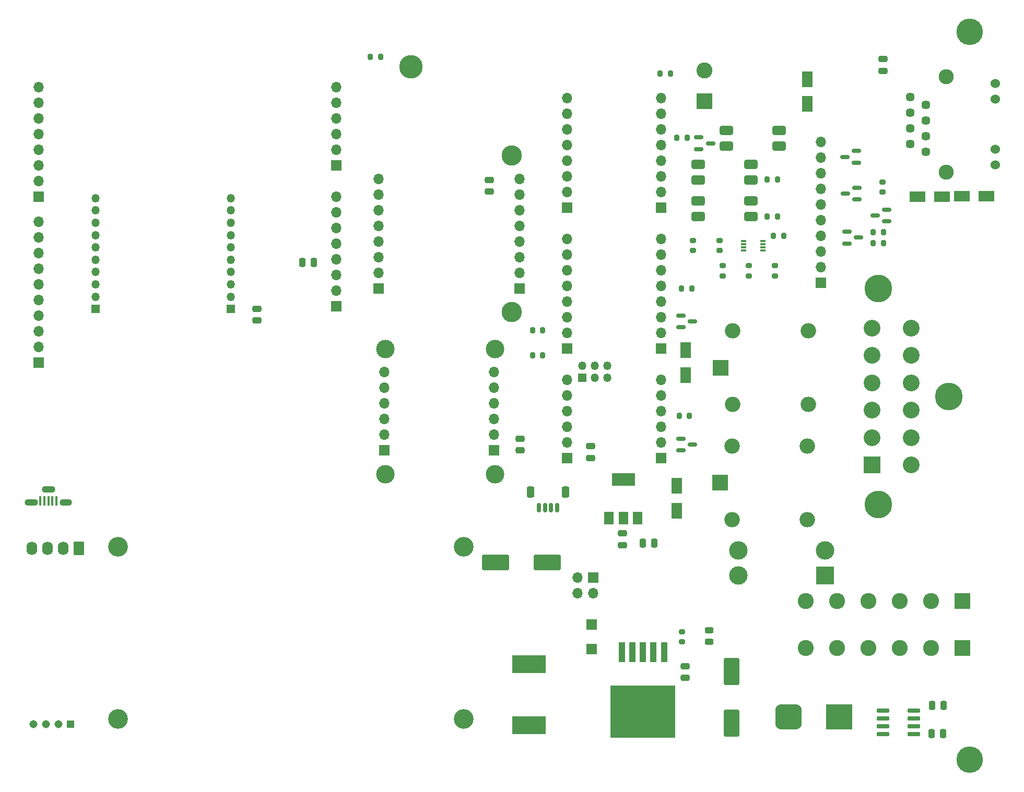
<source format=gbr>
%TF.GenerationSoftware,KiCad,Pcbnew,(6.0.10)*%
%TF.CreationDate,2023-04-23T08:01:19-06:00*%
%TF.ProjectId,AS15,41533135-2e6b-4696-9361-645f70636258,rev?*%
%TF.SameCoordinates,Original*%
%TF.FileFunction,Soldermask,Top*%
%TF.FilePolarity,Negative*%
%FSLAX46Y46*%
G04 Gerber Fmt 4.6, Leading zero omitted, Abs format (unit mm)*
G04 Created by KiCad (PCBNEW (6.0.10)) date 2023-04-23 08:01:19*
%MOMM*%
%LPD*%
G01*
G04 APERTURE LIST*
G04 Aperture macros list*
%AMRoundRect*
0 Rectangle with rounded corners*
0 $1 Rounding radius*
0 $2 $3 $4 $5 $6 $7 $8 $9 X,Y pos of 4 corners*
0 Add a 4 corners polygon primitive as box body*
4,1,4,$2,$3,$4,$5,$6,$7,$8,$9,$2,$3,0*
0 Add four circle primitives for the rounded corners*
1,1,$1+$1,$2,$3*
1,1,$1+$1,$4,$5*
1,1,$1+$1,$6,$7*
1,1,$1+$1,$8,$9*
0 Add four rect primitives between the rounded corners*
20,1,$1+$1,$2,$3,$4,$5,0*
20,1,$1+$1,$4,$5,$6,$7,0*
20,1,$1+$1,$6,$7,$8,$9,0*
20,1,$1+$1,$8,$9,$2,$3,0*%
G04 Aperture macros list end*
%ADD10R,2.500000X1.800000*%
%ADD11R,1.700000X1.700000*%
%ADD12O,1.700000X1.700000*%
%ADD13RoundRect,0.150000X-0.150000X-0.625000X0.150000X-0.625000X0.150000X0.625000X-0.150000X0.625000X0*%
%ADD14RoundRect,0.250000X-0.350000X-0.650000X0.350000X-0.650000X0.350000X0.650000X-0.350000X0.650000X0*%
%ADD15R,1.800000X2.500000*%
%ADD16R,5.400000X2.900000*%
%ADD17R,2.600000X2.600000*%
%ADD18C,2.600000*%
%ADD19RoundRect,0.250000X-1.000000X1.950000X-1.000000X-1.950000X1.000000X-1.950000X1.000000X1.950000X0*%
%ADD20R,1.350000X1.350000*%
%ADD21O,1.350000X1.350000*%
%ADD22RoundRect,0.250000X-0.475000X0.250000X-0.475000X-0.250000X0.475000X-0.250000X0.475000X0.250000X0*%
%ADD23RoundRect,0.266400X0.808600X0.473600X-0.808600X0.473600X-0.808600X-0.473600X0.808600X-0.473600X0*%
%ADD24C,0.001000*%
%ADD25C,1.446000*%
%ADD26C,1.530000*%
%ADD27C,2.445000*%
%ADD28R,1.050000X3.210000*%
%ADD29R,10.530000X8.460000*%
%ADD30RoundRect,0.250000X0.475000X-0.250000X0.475000X0.250000X-0.475000X0.250000X-0.475000X-0.250000X0*%
%ADD31R,2.715000X2.715000*%
%ADD32C,2.715000*%
%ADD33C,4.485000*%
%ADD34RoundRect,0.200000X-0.200000X-0.275000X0.200000X-0.275000X0.200000X0.275000X-0.200000X0.275000X0*%
%ADD35O,2.500000X2.500000*%
%ADD36R,2.500000X2.500000*%
%ADD37RoundRect,0.200000X0.275000X-0.200000X0.275000X0.200000X-0.275000X0.200000X-0.275000X-0.200000X0*%
%ADD38RoundRect,0.250000X-0.250000X-0.475000X0.250000X-0.475000X0.250000X0.475000X-0.250000X0.475000X0*%
%ADD39C,4.300000*%
%ADD40R,0.850000X0.300000*%
%ADD41RoundRect,0.150000X-0.587500X-0.150000X0.587500X-0.150000X0.587500X0.150000X-0.587500X0.150000X0*%
%ADD42RoundRect,0.150000X0.587500X0.150000X-0.587500X0.150000X-0.587500X-0.150000X0.587500X-0.150000X0*%
%ADD43R,0.450000X1.500000*%
%ADD44O,2.000000X1.100000*%
%ADD45O,2.200000X1.100000*%
%ADD46C,2.999999*%
%ADD47RoundRect,0.250000X1.950000X1.000000X-1.950000X1.000000X-1.950000X-1.000000X1.950000X-1.000000X0*%
%ADD48R,1.500000X2.000000*%
%ADD49R,3.800000X2.000000*%
%ADD50RoundRect,0.200000X0.200000X0.275000X-0.200000X0.275000X-0.200000X-0.275000X0.200000X-0.275000X0*%
%ADD51R,1.800000X1.800000*%
%ADD52RoundRect,1.025000X1.125000X-1.025000X1.125000X1.025000X-1.125000X1.025000X-1.125000X-1.025000X0*%
%ADD53R,4.300000X4.100000*%
%ADD54C,3.800000*%
%ADD55RoundRect,0.042000X-0.943000X-0.258000X0.943000X-0.258000X0.943000X0.258000X-0.943000X0.258000X0*%
%ADD56RoundRect,0.250000X0.620000X0.845000X-0.620000X0.845000X-0.620000X-0.845000X0.620000X-0.845000X0*%
%ADD57O,1.740000X2.190000*%
%ADD58RoundRect,0.243750X0.456250X-0.243750X0.456250X0.243750X-0.456250X0.243750X-0.456250X-0.243750X0*%
%ADD59RoundRect,0.250000X0.250000X0.475000X-0.250000X0.475000X-0.250000X-0.475000X0.250000X-0.475000X0*%
%ADD60R,1.308000X1.308000*%
%ADD61C,1.308000*%
%ADD62C,3.302000*%
%ADD63R,3.000000X3.000000*%
%ADD64C,3.000000*%
%ADD65C,3.200000*%
G04 APERTURE END LIST*
D10*
%TO.C,D12*%
X182100000Y-51100000D03*
X178100000Y-51100000D03*
%TD*%
%TO.C,D11*%
X174900000Y-51200000D03*
X170900000Y-51200000D03*
%TD*%
D11*
%TO.C,J19*%
X28400000Y-51200000D03*
D12*
X28400000Y-48660000D03*
X28400000Y-46120000D03*
X28400000Y-43580000D03*
X28400000Y-41040000D03*
X28400000Y-38500000D03*
X28400000Y-35960000D03*
X28400000Y-33420000D03*
%TD*%
D13*
%TO.C,J13*%
X109500000Y-101625000D03*
X110500000Y-101625000D03*
X111500000Y-101625000D03*
X112500000Y-101625000D03*
D14*
X113800000Y-99100000D03*
X108200000Y-99100000D03*
%TD*%
D15*
%TO.C,D5*%
X133300000Y-80100000D03*
X133300000Y-76100000D03*
%TD*%
D11*
%TO.C,J11*%
X114135000Y-52915000D03*
D12*
X114135000Y-50375000D03*
X114135000Y-47835000D03*
X114135000Y-45295000D03*
X114135000Y-42755000D03*
X114135000Y-40215000D03*
X114135000Y-37675000D03*
X114135000Y-35135000D03*
%TD*%
D16*
%TO.C,L1*%
X107900000Y-136950000D03*
X107900000Y-127050000D03*
%TD*%
D17*
%TO.C,KF1*%
X178180000Y-116800000D03*
X178180000Y-124420000D03*
D18*
X173100000Y-116800000D03*
X173100000Y-124420000D03*
X168020000Y-124420000D03*
X168020000Y-116800000D03*
X162940000Y-116800000D03*
X162940000Y-124420000D03*
X157860000Y-124420000D03*
X157860000Y-116800000D03*
X152780000Y-124420000D03*
X152780000Y-116800000D03*
%TD*%
D19*
%TO.C,C7*%
X140800000Y-128200000D03*
X140800000Y-136600000D03*
%TD*%
D11*
%TO.C,J9*%
X114135000Y-93555000D03*
D12*
X114135000Y-91015000D03*
X114135000Y-88475000D03*
X114135000Y-85935000D03*
X114135000Y-83395000D03*
X114135000Y-80855000D03*
%TD*%
D20*
%TO.C,J25*%
X59600000Y-69400000D03*
D21*
X59600000Y-67400000D03*
X59600000Y-65400000D03*
X59600000Y-63400000D03*
X59600000Y-61400000D03*
X59600000Y-59400000D03*
X59600000Y-57400000D03*
X59600000Y-55400000D03*
X59600000Y-53400000D03*
X59600000Y-51400000D03*
%TD*%
D22*
%TO.C,C6*%
X133200000Y-127350000D03*
X133200000Y-129250000D03*
%TD*%
D11*
%TO.C,J6*%
X129375000Y-52915000D03*
D12*
X129375000Y-50375000D03*
X129375000Y-47835000D03*
X129375000Y-45295000D03*
X129375000Y-42755000D03*
X129375000Y-40215000D03*
X129375000Y-37675000D03*
X129375000Y-35135000D03*
%TD*%
D23*
%TO.C,U2*%
X143880000Y-54370000D03*
X143880000Y-51830000D03*
X135320000Y-51830000D03*
X135320000Y-54370000D03*
%TD*%
D24*
%TO.C,J8*%
X178600000Y-33689500D03*
X178600000Y-45119500D03*
D25*
X172250000Y-43849500D03*
X169710000Y-42579500D03*
X172250000Y-41309500D03*
X169710000Y-40039500D03*
X172250000Y-38769500D03*
X169710000Y-37499500D03*
X172250000Y-36229500D03*
X169710000Y-34959500D03*
D26*
X183500000Y-46029500D03*
X183500000Y-43489500D03*
X183500000Y-35319500D03*
X183500000Y-32779500D03*
D27*
X175550000Y-47149500D03*
X175550000Y-31659500D03*
%TD*%
D28*
%TO.C,IC2*%
X129800000Y-125070000D03*
X128100000Y-125070000D03*
X126400000Y-125070000D03*
X124700000Y-125070000D03*
X123000000Y-125070000D03*
D29*
X126400000Y-134700000D03*
%TD*%
D30*
%TO.C,C3*%
X117900000Y-93550000D03*
X117900000Y-91650000D03*
%TD*%
D31*
%TO.C,J7*%
X163500000Y-94720000D03*
D32*
X163500000Y-90275000D03*
X163500000Y-85830000D03*
X163500000Y-81380000D03*
X163500000Y-76935000D03*
X163500000Y-72490000D03*
X169850000Y-72490000D03*
X169850000Y-76935000D03*
X169850000Y-81380000D03*
X169850000Y-85830000D03*
X169850000Y-90275000D03*
X169850000Y-94720000D03*
D33*
X164520000Y-101145000D03*
X175950000Y-83605000D03*
X164520000Y-66065000D03*
%TD*%
D11*
%TO.C,J16*%
X76660000Y-68980000D03*
D12*
X76660000Y-66440000D03*
X76660000Y-63900000D03*
X76660000Y-61360000D03*
X76660000Y-58820000D03*
X76660000Y-56280000D03*
X76660000Y-53740000D03*
X76660000Y-51200000D03*
%TD*%
D34*
%TO.C,R15*%
X131875000Y-41600000D03*
X133525000Y-41600000D03*
%TD*%
D35*
%TO.C,K2*%
X140872500Y-103600000D03*
X140872500Y-91600000D03*
D36*
X138872500Y-97600000D03*
D35*
X153072500Y-91600000D03*
X153072500Y-103600000D03*
%TD*%
D34*
%TO.C,R14*%
X163750000Y-56900000D03*
X165400000Y-56900000D03*
%TD*%
D22*
%TO.C,C4*%
X123100000Y-105800000D03*
X123100000Y-107700000D03*
%TD*%
D37*
%TO.C,R10*%
X139300000Y-64025000D03*
X139300000Y-62375000D03*
%TD*%
D23*
%TO.C,U1*%
X143880000Y-48420000D03*
X143880000Y-45880000D03*
X135320000Y-45880000D03*
X135320000Y-48420000D03*
%TD*%
D11*
%TO.C,J18*%
X28400000Y-78120000D03*
D12*
X28400000Y-75580000D03*
X28400000Y-73040000D03*
X28400000Y-70500000D03*
X28400000Y-67960000D03*
X28400000Y-65420000D03*
X28400000Y-62880000D03*
X28400000Y-60340000D03*
X28400000Y-57800000D03*
X28400000Y-55260000D03*
%TD*%
D34*
%TO.C,R16*%
X147575000Y-57500000D03*
X149225000Y-57500000D03*
%TD*%
D30*
%TO.C,C2*%
X165300000Y-30750000D03*
X165300000Y-28850000D03*
%TD*%
D20*
%TO.C,J3*%
X116573400Y-80585000D03*
D21*
X116573400Y-78585000D03*
X118573400Y-80585000D03*
X118573400Y-78585000D03*
X120573400Y-80585000D03*
X120573400Y-78585000D03*
%TD*%
D38*
%TO.C,C10*%
X173150000Y-138300000D03*
X175050000Y-138300000D03*
%TD*%
D39*
%TO.C, *%
X179410000Y-142560000D03*
%TD*%
D34*
%TO.C,R2*%
X146525000Y-54400000D03*
X148175000Y-54400000D03*
%TD*%
D40*
%TO.C,IC3*%
X142725000Y-58350000D03*
X142725000Y-58850000D03*
X142725000Y-59350000D03*
X142725000Y-59850000D03*
X145875000Y-59850000D03*
X145875000Y-59350000D03*
X145875000Y-58850000D03*
X145875000Y-58350000D03*
%TD*%
D34*
%TO.C,R3*%
X163750000Y-58700000D03*
X165400000Y-58700000D03*
%TD*%
D11*
%TO.C,J4*%
X129375000Y-93555000D03*
D12*
X129375000Y-91015000D03*
X129375000Y-88475000D03*
X129375000Y-85935000D03*
X129375000Y-83395000D03*
X129375000Y-80855000D03*
%TD*%
D37*
%TO.C,R8*%
X143550000Y-64025000D03*
X143550000Y-62375000D03*
%TD*%
D35*
%TO.C,K1*%
X140972500Y-84900000D03*
X140972500Y-72900000D03*
D36*
X138972500Y-78900000D03*
D35*
X153172500Y-72900000D03*
X153172500Y-84900000D03*
%TD*%
D41*
%TO.C,Q3*%
X132562500Y-90450000D03*
X132562500Y-92350000D03*
X134437500Y-91400000D03*
%TD*%
D37*
%TO.C,R9*%
X147800000Y-64025000D03*
X147800000Y-62375000D03*
%TD*%
D42*
%TO.C,D4*%
X165937500Y-55150000D03*
X165937500Y-53250000D03*
X164062500Y-54200000D03*
%TD*%
D43*
%TO.C,J24*%
X31300000Y-100550000D03*
X30650000Y-100550000D03*
X30000000Y-100550000D03*
X29350000Y-100550000D03*
X28700000Y-100550000D03*
D44*
X32800000Y-100800000D03*
D45*
X27200000Y-100800000D03*
X30000000Y-98650000D03*
%TD*%
D42*
%TO.C,D6*%
X161100000Y-51600000D03*
X161100000Y-49700000D03*
X159225000Y-50650000D03*
%TD*%
D46*
%TO.C,REF\u002A\u002A*%
X102405000Y-75915000D03*
X84625000Y-75915000D03*
X84625000Y-96235000D03*
X102405000Y-96235000D03*
%TD*%
D47*
%TO.C,C8*%
X110900000Y-110500000D03*
X102500000Y-110500000D03*
%TD*%
D11*
%TO.C,J20*%
X106375000Y-66075000D03*
D12*
X106375000Y-63535000D03*
X106375000Y-60995000D03*
X106375000Y-58455000D03*
X106375000Y-55915000D03*
X106375000Y-53375000D03*
X106375000Y-50835000D03*
X106375000Y-48295000D03*
%TD*%
D11*
%TO.C,J2*%
X84420000Y-92300000D03*
D12*
X84420000Y-89760000D03*
X84420000Y-87220000D03*
X84420000Y-84680000D03*
X84420000Y-82140000D03*
X84420000Y-79600000D03*
%TD*%
D34*
%TO.C,R4*%
X82175000Y-28500000D03*
X83825000Y-28500000D03*
%TD*%
D20*
%TO.C,J26*%
X37600000Y-69400000D03*
D21*
X37600000Y-67400000D03*
X37600000Y-65400000D03*
X37600000Y-63400000D03*
X37600000Y-61400000D03*
X37600000Y-59400000D03*
X37600000Y-57400000D03*
X37600000Y-55400000D03*
X37600000Y-53400000D03*
X37600000Y-51400000D03*
%TD*%
D39*
%TO.C, *%
X179410000Y-24440000D03*
%TD*%
D17*
%TO.C,J22*%
X136400000Y-35700000D03*
D18*
X136400000Y-30700000D03*
%TD*%
D48*
%TO.C,IC1*%
X120900000Y-103350000D03*
X123200000Y-103350000D03*
X125500000Y-103350000D03*
D49*
X123200000Y-97050000D03*
%TD*%
D50*
%TO.C,R6*%
X110125000Y-76900000D03*
X108475000Y-76900000D03*
%TD*%
D30*
%TO.C,C1*%
X106500000Y-92325000D03*
X106500000Y-90425000D03*
%TD*%
D51*
%TO.C,D2*%
X118100000Y-124600000D03*
X118100000Y-120600000D03*
%TD*%
D52*
%TO.C,D1*%
X150000000Y-135600000D03*
D53*
X158200000Y-135600000D03*
%TD*%
D54*
%TO.C,H1*%
X88800000Y-30100000D03*
%TD*%
D55*
%TO.C,U4*%
X165325000Y-134595000D03*
X165325000Y-135865000D03*
X165325000Y-137135000D03*
X165325000Y-138405000D03*
X170275000Y-138405000D03*
X170275000Y-137135000D03*
X170275000Y-135865000D03*
X170275000Y-134595000D03*
%TD*%
D56*
%TO.C,J12*%
X34900000Y-108200000D03*
D57*
X32360000Y-108200000D03*
X29820000Y-108200000D03*
X27280000Y-108200000D03*
%TD*%
D15*
%TO.C,D8*%
X131900000Y-102100000D03*
X131900000Y-98100000D03*
%TD*%
D37*
%TO.C,R7*%
X132700000Y-123406250D03*
X132700000Y-121756250D03*
%TD*%
D38*
%TO.C,C9*%
X173250000Y-133700000D03*
X175150000Y-133700000D03*
%TD*%
D11*
%TO.C,J17*%
X76660000Y-46120000D03*
D12*
X76660000Y-43580000D03*
X76660000Y-41040000D03*
X76660000Y-38500000D03*
X76660000Y-35960000D03*
X76660000Y-33420000D03*
%TD*%
D58*
%TO.C,D3*%
X137100000Y-123418750D03*
X137100000Y-121543750D03*
%TD*%
D11*
%TO.C,J21*%
X83515000Y-66075000D03*
D12*
X83515000Y-63535000D03*
X83515000Y-60995000D03*
X83515000Y-58455000D03*
X83515000Y-55915000D03*
X83515000Y-53375000D03*
X83515000Y-50835000D03*
X83515000Y-48295000D03*
%TD*%
D34*
%TO.C,R13*%
X132675000Y-66100000D03*
X134325000Y-66100000D03*
%TD*%
D59*
%TO.C,C12*%
X73050000Y-61800000D03*
X71150000Y-61800000D03*
%TD*%
D38*
%TO.C,C5*%
X126350000Y-107400000D03*
X128250000Y-107400000D03*
%TD*%
D15*
%TO.C,D9*%
X153000000Y-32100000D03*
X153000000Y-36100000D03*
%TD*%
D22*
%TO.C,C13*%
X63800000Y-69350000D03*
X63800000Y-71250000D03*
%TD*%
D11*
%TO.C,J23*%
X118300000Y-113000000D03*
D12*
X115760000Y-113000000D03*
X118300000Y-115540000D03*
X115760000Y-115540000D03*
%TD*%
D60*
%TO.C,J14*%
X33600000Y-136800000D03*
D61*
X31600000Y-136800000D03*
X29600000Y-136800000D03*
X27600000Y-136800000D03*
%TD*%
D62*
%TO.C,REF\u002A\u002A*%
X105160000Y-44490000D03*
X105160000Y-69890000D03*
%TD*%
D37*
%TO.C,R11*%
X138800000Y-59925000D03*
X138800000Y-58275000D03*
%TD*%
D34*
%TO.C,R18*%
X132275000Y-86700000D03*
X133925000Y-86700000D03*
%TD*%
D11*
%TO.C,J5*%
X129375000Y-75775000D03*
D12*
X129375000Y-73235000D03*
X129375000Y-70695000D03*
X129375000Y-68155000D03*
X129375000Y-65615000D03*
X129375000Y-63075000D03*
X129375000Y-60535000D03*
X129375000Y-57995000D03*
%TD*%
D50*
%TO.C,R19*%
X130825000Y-31200000D03*
X129175000Y-31200000D03*
%TD*%
D37*
%TO.C,R12*%
X134500000Y-59925000D03*
X134500000Y-58275000D03*
%TD*%
D63*
%TO.C,F1*%
X155905000Y-112605000D03*
D64*
X155905000Y-108605000D03*
X141905000Y-112605000D03*
X141905000Y-108605000D03*
%TD*%
D23*
%TO.C,U3*%
X148480000Y-42970000D03*
X148480000Y-40430000D03*
X139920000Y-40430000D03*
X139920000Y-42970000D03*
%TD*%
D41*
%TO.C,Q2*%
X135462500Y-41550000D03*
X135462500Y-43450000D03*
X137337500Y-42500000D03*
%TD*%
D65*
%TO.C,REF\u002A\u002A*%
X41301500Y-107938500D03*
X41301500Y-135938500D03*
X97301500Y-107938500D03*
X97301500Y-135938500D03*
%TD*%
D34*
%TO.C,R1*%
X146525000Y-48400000D03*
X148175000Y-48400000D03*
%TD*%
D41*
%TO.C,D10*%
X159462500Y-56850000D03*
X159462500Y-58750000D03*
X161337500Y-57800000D03*
%TD*%
D30*
%TO.C,C11*%
X101500000Y-50350000D03*
X101500000Y-48450000D03*
%TD*%
D11*
%TO.C,J10*%
X114135000Y-75775000D03*
D12*
X114135000Y-73235000D03*
X114135000Y-70695000D03*
X114135000Y-68155000D03*
X114135000Y-65615000D03*
X114135000Y-63075000D03*
X114135000Y-60535000D03*
X114135000Y-57995000D03*
%TD*%
D11*
%TO.C,J1*%
X102200000Y-92300000D03*
D12*
X102200000Y-89760000D03*
X102200000Y-87220000D03*
X102200000Y-84680000D03*
X102200000Y-82140000D03*
X102200000Y-79600000D03*
%TD*%
D50*
%TO.C,R5*%
X110125000Y-72800000D03*
X108475000Y-72800000D03*
%TD*%
D37*
%TO.C,R17*%
X165200000Y-50425000D03*
X165200000Y-48775000D03*
%TD*%
D42*
%TO.C,D7*%
X161037500Y-45650000D03*
X161037500Y-43750000D03*
X159162500Y-44700000D03*
%TD*%
D11*
%TO.C,J15*%
X155200000Y-65100000D03*
D12*
X155200000Y-62560000D03*
X155200000Y-60020000D03*
X155200000Y-57480000D03*
X155200000Y-54940000D03*
X155200000Y-52400000D03*
X155200000Y-49860000D03*
X155200000Y-47320000D03*
X155200000Y-44780000D03*
X155200000Y-42240000D03*
%TD*%
D41*
%TO.C,Q1*%
X132562500Y-70450000D03*
X132562500Y-72350000D03*
X134437500Y-71400000D03*
%TD*%
M02*

</source>
